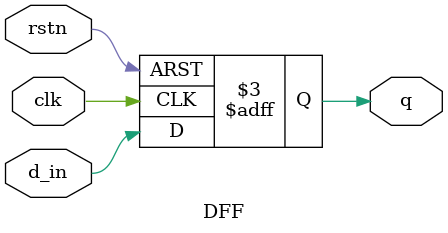
<source format=v>
module DFF (
	           input  wire rstn,
               input  wire clk,
			   input  wire d_in,
               output reg q
  		   );
 
always @ (posedge clk or negedge rstn) begin
  if (~rstn)
    	q <= 1'b0;
  else 
    	q <= d_in;
end
 
endmodule
</source>
